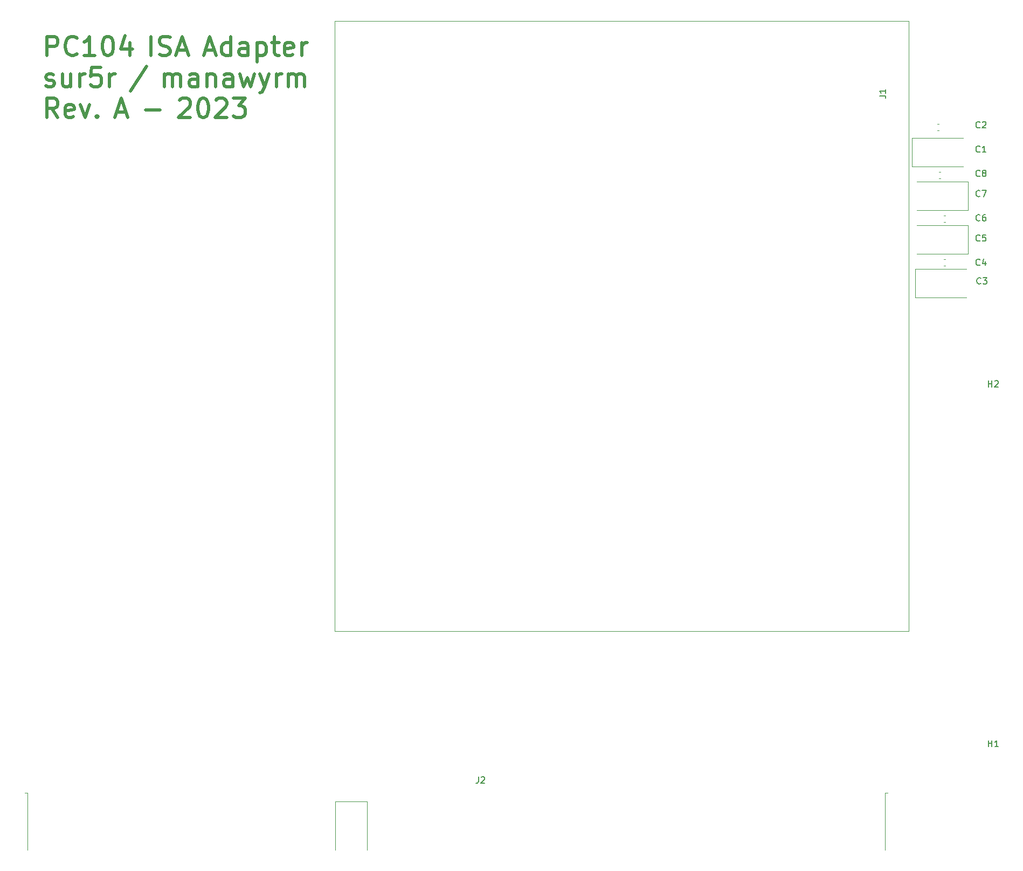
<source format=gbr>
%TF.GenerationSoftware,KiCad,Pcbnew,(7.0.0-0)*%
%TF.CreationDate,2023-03-28T15:20:12+02:00*%
%TF.ProjectId,PC104-ISA-Card,50433130-342d-4495-9341-2d436172642e,rev?*%
%TF.SameCoordinates,Original*%
%TF.FileFunction,Legend,Top*%
%TF.FilePolarity,Positive*%
%FSLAX46Y46*%
G04 Gerber Fmt 4.6, Leading zero omitted, Abs format (unit mm)*
G04 Created by KiCad (PCBNEW (7.0.0-0)) date 2023-03-28 15:20:12*
%MOMM*%
%LPD*%
G01*
G04 APERTURE LIST*
%ADD10C,0.500000*%
%ADD11C,0.150000*%
%ADD12C,0.120000*%
G04 APERTURE END LIST*
D10*
X46434285Y-36617142D02*
X46434285Y-33617142D01*
X46434285Y-33617142D02*
X47577142Y-33617142D01*
X47577142Y-33617142D02*
X47862857Y-33760000D01*
X47862857Y-33760000D02*
X48005714Y-33902857D01*
X48005714Y-33902857D02*
X48148571Y-34188571D01*
X48148571Y-34188571D02*
X48148571Y-34617142D01*
X48148571Y-34617142D02*
X48005714Y-34902857D01*
X48005714Y-34902857D02*
X47862857Y-35045714D01*
X47862857Y-35045714D02*
X47577142Y-35188571D01*
X47577142Y-35188571D02*
X46434285Y-35188571D01*
X51148571Y-36331428D02*
X51005714Y-36474285D01*
X51005714Y-36474285D02*
X50577142Y-36617142D01*
X50577142Y-36617142D02*
X50291428Y-36617142D01*
X50291428Y-36617142D02*
X49862857Y-36474285D01*
X49862857Y-36474285D02*
X49577142Y-36188571D01*
X49577142Y-36188571D02*
X49434285Y-35902857D01*
X49434285Y-35902857D02*
X49291428Y-35331428D01*
X49291428Y-35331428D02*
X49291428Y-34902857D01*
X49291428Y-34902857D02*
X49434285Y-34331428D01*
X49434285Y-34331428D02*
X49577142Y-34045714D01*
X49577142Y-34045714D02*
X49862857Y-33760000D01*
X49862857Y-33760000D02*
X50291428Y-33617142D01*
X50291428Y-33617142D02*
X50577142Y-33617142D01*
X50577142Y-33617142D02*
X51005714Y-33760000D01*
X51005714Y-33760000D02*
X51148571Y-33902857D01*
X54005714Y-36617142D02*
X52291428Y-36617142D01*
X53148571Y-36617142D02*
X53148571Y-33617142D01*
X53148571Y-33617142D02*
X52862857Y-34045714D01*
X52862857Y-34045714D02*
X52577142Y-34331428D01*
X52577142Y-34331428D02*
X52291428Y-34474285D01*
X55862857Y-33617142D02*
X56148571Y-33617142D01*
X56148571Y-33617142D02*
X56434285Y-33760000D01*
X56434285Y-33760000D02*
X56577143Y-33902857D01*
X56577143Y-33902857D02*
X56720000Y-34188571D01*
X56720000Y-34188571D02*
X56862857Y-34760000D01*
X56862857Y-34760000D02*
X56862857Y-35474285D01*
X56862857Y-35474285D02*
X56720000Y-36045714D01*
X56720000Y-36045714D02*
X56577143Y-36331428D01*
X56577143Y-36331428D02*
X56434285Y-36474285D01*
X56434285Y-36474285D02*
X56148571Y-36617142D01*
X56148571Y-36617142D02*
X55862857Y-36617142D01*
X55862857Y-36617142D02*
X55577143Y-36474285D01*
X55577143Y-36474285D02*
X55434285Y-36331428D01*
X55434285Y-36331428D02*
X55291428Y-36045714D01*
X55291428Y-36045714D02*
X55148571Y-35474285D01*
X55148571Y-35474285D02*
X55148571Y-34760000D01*
X55148571Y-34760000D02*
X55291428Y-34188571D01*
X55291428Y-34188571D02*
X55434285Y-33902857D01*
X55434285Y-33902857D02*
X55577143Y-33760000D01*
X55577143Y-33760000D02*
X55862857Y-33617142D01*
X59434286Y-34617142D02*
X59434286Y-36617142D01*
X58720000Y-33474285D02*
X58005714Y-35617142D01*
X58005714Y-35617142D02*
X59862857Y-35617142D01*
X62805714Y-36617142D02*
X62805714Y-33617142D01*
X64091428Y-36474285D02*
X64520000Y-36617142D01*
X64520000Y-36617142D02*
X65234285Y-36617142D01*
X65234285Y-36617142D02*
X65520000Y-36474285D01*
X65520000Y-36474285D02*
X65662857Y-36331428D01*
X65662857Y-36331428D02*
X65805714Y-36045714D01*
X65805714Y-36045714D02*
X65805714Y-35760000D01*
X65805714Y-35760000D02*
X65662857Y-35474285D01*
X65662857Y-35474285D02*
X65520000Y-35331428D01*
X65520000Y-35331428D02*
X65234285Y-35188571D01*
X65234285Y-35188571D02*
X64662857Y-35045714D01*
X64662857Y-35045714D02*
X64377142Y-34902857D01*
X64377142Y-34902857D02*
X64234285Y-34760000D01*
X64234285Y-34760000D02*
X64091428Y-34474285D01*
X64091428Y-34474285D02*
X64091428Y-34188571D01*
X64091428Y-34188571D02*
X64234285Y-33902857D01*
X64234285Y-33902857D02*
X64377142Y-33760000D01*
X64377142Y-33760000D02*
X64662857Y-33617142D01*
X64662857Y-33617142D02*
X65377142Y-33617142D01*
X65377142Y-33617142D02*
X65805714Y-33760000D01*
X66948571Y-35760000D02*
X68377143Y-35760000D01*
X66662857Y-36617142D02*
X67662857Y-33617142D01*
X67662857Y-33617142D02*
X68662857Y-36617142D01*
X71320000Y-35760000D02*
X72748572Y-35760000D01*
X71034286Y-36617142D02*
X72034286Y-33617142D01*
X72034286Y-33617142D02*
X73034286Y-36617142D01*
X75320001Y-36617142D02*
X75320001Y-33617142D01*
X75320001Y-36474285D02*
X75034286Y-36617142D01*
X75034286Y-36617142D02*
X74462858Y-36617142D01*
X74462858Y-36617142D02*
X74177143Y-36474285D01*
X74177143Y-36474285D02*
X74034286Y-36331428D01*
X74034286Y-36331428D02*
X73891429Y-36045714D01*
X73891429Y-36045714D02*
X73891429Y-35188571D01*
X73891429Y-35188571D02*
X74034286Y-34902857D01*
X74034286Y-34902857D02*
X74177143Y-34760000D01*
X74177143Y-34760000D02*
X74462858Y-34617142D01*
X74462858Y-34617142D02*
X75034286Y-34617142D01*
X75034286Y-34617142D02*
X75320001Y-34760000D01*
X78034287Y-36617142D02*
X78034287Y-35045714D01*
X78034287Y-35045714D02*
X77891429Y-34760000D01*
X77891429Y-34760000D02*
X77605715Y-34617142D01*
X77605715Y-34617142D02*
X77034287Y-34617142D01*
X77034287Y-34617142D02*
X76748572Y-34760000D01*
X78034287Y-36474285D02*
X77748572Y-36617142D01*
X77748572Y-36617142D02*
X77034287Y-36617142D01*
X77034287Y-36617142D02*
X76748572Y-36474285D01*
X76748572Y-36474285D02*
X76605715Y-36188571D01*
X76605715Y-36188571D02*
X76605715Y-35902857D01*
X76605715Y-35902857D02*
X76748572Y-35617142D01*
X76748572Y-35617142D02*
X77034287Y-35474285D01*
X77034287Y-35474285D02*
X77748572Y-35474285D01*
X77748572Y-35474285D02*
X78034287Y-35331428D01*
X79462858Y-34617142D02*
X79462858Y-37617142D01*
X79462858Y-34760000D02*
X79748573Y-34617142D01*
X79748573Y-34617142D02*
X80320001Y-34617142D01*
X80320001Y-34617142D02*
X80605715Y-34760000D01*
X80605715Y-34760000D02*
X80748573Y-34902857D01*
X80748573Y-34902857D02*
X80891430Y-35188571D01*
X80891430Y-35188571D02*
X80891430Y-36045714D01*
X80891430Y-36045714D02*
X80748573Y-36331428D01*
X80748573Y-36331428D02*
X80605715Y-36474285D01*
X80605715Y-36474285D02*
X80320001Y-36617142D01*
X80320001Y-36617142D02*
X79748573Y-36617142D01*
X79748573Y-36617142D02*
X79462858Y-36474285D01*
X81748573Y-34617142D02*
X82891430Y-34617142D01*
X82177144Y-33617142D02*
X82177144Y-36188571D01*
X82177144Y-36188571D02*
X82320001Y-36474285D01*
X82320001Y-36474285D02*
X82605716Y-36617142D01*
X82605716Y-36617142D02*
X82891430Y-36617142D01*
X85034287Y-36474285D02*
X84748573Y-36617142D01*
X84748573Y-36617142D02*
X84177145Y-36617142D01*
X84177145Y-36617142D02*
X83891430Y-36474285D01*
X83891430Y-36474285D02*
X83748573Y-36188571D01*
X83748573Y-36188571D02*
X83748573Y-35045714D01*
X83748573Y-35045714D02*
X83891430Y-34760000D01*
X83891430Y-34760000D02*
X84177145Y-34617142D01*
X84177145Y-34617142D02*
X84748573Y-34617142D01*
X84748573Y-34617142D02*
X85034287Y-34760000D01*
X85034287Y-34760000D02*
X85177145Y-35045714D01*
X85177145Y-35045714D02*
X85177145Y-35331428D01*
X85177145Y-35331428D02*
X83748573Y-35617142D01*
X86462859Y-36617142D02*
X86462859Y-34617142D01*
X86462859Y-35188571D02*
X86605716Y-34902857D01*
X86605716Y-34902857D02*
X86748574Y-34760000D01*
X86748574Y-34760000D02*
X87034288Y-34617142D01*
X87034288Y-34617142D02*
X87320002Y-34617142D01*
X46291428Y-41334285D02*
X46577142Y-41477142D01*
X46577142Y-41477142D02*
X47148571Y-41477142D01*
X47148571Y-41477142D02*
X47434285Y-41334285D01*
X47434285Y-41334285D02*
X47577142Y-41048571D01*
X47577142Y-41048571D02*
X47577142Y-40905714D01*
X47577142Y-40905714D02*
X47434285Y-40620000D01*
X47434285Y-40620000D02*
X47148571Y-40477142D01*
X47148571Y-40477142D02*
X46720000Y-40477142D01*
X46720000Y-40477142D02*
X46434285Y-40334285D01*
X46434285Y-40334285D02*
X46291428Y-40048571D01*
X46291428Y-40048571D02*
X46291428Y-39905714D01*
X46291428Y-39905714D02*
X46434285Y-39620000D01*
X46434285Y-39620000D02*
X46720000Y-39477142D01*
X46720000Y-39477142D02*
X47148571Y-39477142D01*
X47148571Y-39477142D02*
X47434285Y-39620000D01*
X50148571Y-39477142D02*
X50148571Y-41477142D01*
X48862856Y-39477142D02*
X48862856Y-41048571D01*
X48862856Y-41048571D02*
X49005713Y-41334285D01*
X49005713Y-41334285D02*
X49291428Y-41477142D01*
X49291428Y-41477142D02*
X49719999Y-41477142D01*
X49719999Y-41477142D02*
X50005713Y-41334285D01*
X50005713Y-41334285D02*
X50148571Y-41191428D01*
X51577142Y-41477142D02*
X51577142Y-39477142D01*
X51577142Y-40048571D02*
X51719999Y-39762857D01*
X51719999Y-39762857D02*
X51862857Y-39620000D01*
X51862857Y-39620000D02*
X52148571Y-39477142D01*
X52148571Y-39477142D02*
X52434285Y-39477142D01*
X54862857Y-38477142D02*
X53434285Y-38477142D01*
X53434285Y-38477142D02*
X53291428Y-39905714D01*
X53291428Y-39905714D02*
X53434285Y-39762857D01*
X53434285Y-39762857D02*
X53720000Y-39620000D01*
X53720000Y-39620000D02*
X54434285Y-39620000D01*
X54434285Y-39620000D02*
X54720000Y-39762857D01*
X54720000Y-39762857D02*
X54862857Y-39905714D01*
X54862857Y-39905714D02*
X55005714Y-40191428D01*
X55005714Y-40191428D02*
X55005714Y-40905714D01*
X55005714Y-40905714D02*
X54862857Y-41191428D01*
X54862857Y-41191428D02*
X54720000Y-41334285D01*
X54720000Y-41334285D02*
X54434285Y-41477142D01*
X54434285Y-41477142D02*
X53720000Y-41477142D01*
X53720000Y-41477142D02*
X53434285Y-41334285D01*
X53434285Y-41334285D02*
X53291428Y-41191428D01*
X56291428Y-41477142D02*
X56291428Y-39477142D01*
X56291428Y-40048571D02*
X56434285Y-39762857D01*
X56434285Y-39762857D02*
X56577143Y-39620000D01*
X56577143Y-39620000D02*
X56862857Y-39477142D01*
X56862857Y-39477142D02*
X57148571Y-39477142D01*
X62091428Y-38334285D02*
X59520000Y-42191428D01*
X64891428Y-41477142D02*
X64891428Y-39477142D01*
X64891428Y-39762857D02*
X65034285Y-39620000D01*
X65034285Y-39620000D02*
X65320000Y-39477142D01*
X65320000Y-39477142D02*
X65748571Y-39477142D01*
X65748571Y-39477142D02*
X66034285Y-39620000D01*
X66034285Y-39620000D02*
X66177143Y-39905714D01*
X66177143Y-39905714D02*
X66177143Y-41477142D01*
X66177143Y-39905714D02*
X66320000Y-39620000D01*
X66320000Y-39620000D02*
X66605714Y-39477142D01*
X66605714Y-39477142D02*
X67034285Y-39477142D01*
X67034285Y-39477142D02*
X67320000Y-39620000D01*
X67320000Y-39620000D02*
X67462857Y-39905714D01*
X67462857Y-39905714D02*
X67462857Y-41477142D01*
X70177143Y-41477142D02*
X70177143Y-39905714D01*
X70177143Y-39905714D02*
X70034285Y-39620000D01*
X70034285Y-39620000D02*
X69748571Y-39477142D01*
X69748571Y-39477142D02*
X69177143Y-39477142D01*
X69177143Y-39477142D02*
X68891428Y-39620000D01*
X70177143Y-41334285D02*
X69891428Y-41477142D01*
X69891428Y-41477142D02*
X69177143Y-41477142D01*
X69177143Y-41477142D02*
X68891428Y-41334285D01*
X68891428Y-41334285D02*
X68748571Y-41048571D01*
X68748571Y-41048571D02*
X68748571Y-40762857D01*
X68748571Y-40762857D02*
X68891428Y-40477142D01*
X68891428Y-40477142D02*
X69177143Y-40334285D01*
X69177143Y-40334285D02*
X69891428Y-40334285D01*
X69891428Y-40334285D02*
X70177143Y-40191428D01*
X71605714Y-39477142D02*
X71605714Y-41477142D01*
X71605714Y-39762857D02*
X71748571Y-39620000D01*
X71748571Y-39620000D02*
X72034286Y-39477142D01*
X72034286Y-39477142D02*
X72462857Y-39477142D01*
X72462857Y-39477142D02*
X72748571Y-39620000D01*
X72748571Y-39620000D02*
X72891429Y-39905714D01*
X72891429Y-39905714D02*
X72891429Y-41477142D01*
X75605715Y-41477142D02*
X75605715Y-39905714D01*
X75605715Y-39905714D02*
X75462857Y-39620000D01*
X75462857Y-39620000D02*
X75177143Y-39477142D01*
X75177143Y-39477142D02*
X74605715Y-39477142D01*
X74605715Y-39477142D02*
X74320000Y-39620000D01*
X75605715Y-41334285D02*
X75320000Y-41477142D01*
X75320000Y-41477142D02*
X74605715Y-41477142D01*
X74605715Y-41477142D02*
X74320000Y-41334285D01*
X74320000Y-41334285D02*
X74177143Y-41048571D01*
X74177143Y-41048571D02*
X74177143Y-40762857D01*
X74177143Y-40762857D02*
X74320000Y-40477142D01*
X74320000Y-40477142D02*
X74605715Y-40334285D01*
X74605715Y-40334285D02*
X75320000Y-40334285D01*
X75320000Y-40334285D02*
X75605715Y-40191428D01*
X76748572Y-39477142D02*
X77320001Y-41477142D01*
X77320001Y-41477142D02*
X77891429Y-40048571D01*
X77891429Y-40048571D02*
X78462858Y-41477142D01*
X78462858Y-41477142D02*
X79034286Y-39477142D01*
X79891429Y-39477142D02*
X80605715Y-41477142D01*
X81320000Y-39477142D02*
X80605715Y-41477142D01*
X80605715Y-41477142D02*
X80320000Y-42191428D01*
X80320000Y-42191428D02*
X80177143Y-42334285D01*
X80177143Y-42334285D02*
X79891429Y-42477142D01*
X82462857Y-41477142D02*
X82462857Y-39477142D01*
X82462857Y-40048571D02*
X82605714Y-39762857D01*
X82605714Y-39762857D02*
X82748572Y-39620000D01*
X82748572Y-39620000D02*
X83034286Y-39477142D01*
X83034286Y-39477142D02*
X83320000Y-39477142D01*
X84320000Y-41477142D02*
X84320000Y-39477142D01*
X84320000Y-39762857D02*
X84462857Y-39620000D01*
X84462857Y-39620000D02*
X84748572Y-39477142D01*
X84748572Y-39477142D02*
X85177143Y-39477142D01*
X85177143Y-39477142D02*
X85462857Y-39620000D01*
X85462857Y-39620000D02*
X85605715Y-39905714D01*
X85605715Y-39905714D02*
X85605715Y-41477142D01*
X85605715Y-39905714D02*
X85748572Y-39620000D01*
X85748572Y-39620000D02*
X86034286Y-39477142D01*
X86034286Y-39477142D02*
X86462857Y-39477142D01*
X86462857Y-39477142D02*
X86748572Y-39620000D01*
X86748572Y-39620000D02*
X86891429Y-39905714D01*
X86891429Y-39905714D02*
X86891429Y-41477142D01*
X48148571Y-46337142D02*
X47148571Y-44908571D01*
X46434285Y-46337142D02*
X46434285Y-43337142D01*
X46434285Y-43337142D02*
X47577142Y-43337142D01*
X47577142Y-43337142D02*
X47862857Y-43480000D01*
X47862857Y-43480000D02*
X48005714Y-43622857D01*
X48005714Y-43622857D02*
X48148571Y-43908571D01*
X48148571Y-43908571D02*
X48148571Y-44337142D01*
X48148571Y-44337142D02*
X48005714Y-44622857D01*
X48005714Y-44622857D02*
X47862857Y-44765714D01*
X47862857Y-44765714D02*
X47577142Y-44908571D01*
X47577142Y-44908571D02*
X46434285Y-44908571D01*
X50577142Y-46194285D02*
X50291428Y-46337142D01*
X50291428Y-46337142D02*
X49720000Y-46337142D01*
X49720000Y-46337142D02*
X49434285Y-46194285D01*
X49434285Y-46194285D02*
X49291428Y-45908571D01*
X49291428Y-45908571D02*
X49291428Y-44765714D01*
X49291428Y-44765714D02*
X49434285Y-44480000D01*
X49434285Y-44480000D02*
X49720000Y-44337142D01*
X49720000Y-44337142D02*
X50291428Y-44337142D01*
X50291428Y-44337142D02*
X50577142Y-44480000D01*
X50577142Y-44480000D02*
X50720000Y-44765714D01*
X50720000Y-44765714D02*
X50720000Y-45051428D01*
X50720000Y-45051428D02*
X49291428Y-45337142D01*
X51720000Y-44337142D02*
X52434286Y-46337142D01*
X52434286Y-46337142D02*
X53148571Y-44337142D01*
X54291428Y-46051428D02*
X54434285Y-46194285D01*
X54434285Y-46194285D02*
X54291428Y-46337142D01*
X54291428Y-46337142D02*
X54148571Y-46194285D01*
X54148571Y-46194285D02*
X54291428Y-46051428D01*
X54291428Y-46051428D02*
X54291428Y-46337142D01*
X57377142Y-45480000D02*
X58805714Y-45480000D01*
X57091428Y-46337142D02*
X58091428Y-43337142D01*
X58091428Y-43337142D02*
X59091428Y-46337142D01*
X61891428Y-45194285D02*
X64177143Y-45194285D01*
X67262857Y-43622857D02*
X67405714Y-43480000D01*
X67405714Y-43480000D02*
X67691429Y-43337142D01*
X67691429Y-43337142D02*
X68405714Y-43337142D01*
X68405714Y-43337142D02*
X68691429Y-43480000D01*
X68691429Y-43480000D02*
X68834286Y-43622857D01*
X68834286Y-43622857D02*
X68977143Y-43908571D01*
X68977143Y-43908571D02*
X68977143Y-44194285D01*
X68977143Y-44194285D02*
X68834286Y-44622857D01*
X68834286Y-44622857D02*
X67120000Y-46337142D01*
X67120000Y-46337142D02*
X68977143Y-46337142D01*
X70834286Y-43337142D02*
X71120000Y-43337142D01*
X71120000Y-43337142D02*
X71405714Y-43480000D01*
X71405714Y-43480000D02*
X71548572Y-43622857D01*
X71548572Y-43622857D02*
X71691429Y-43908571D01*
X71691429Y-43908571D02*
X71834286Y-44480000D01*
X71834286Y-44480000D02*
X71834286Y-45194285D01*
X71834286Y-45194285D02*
X71691429Y-45765714D01*
X71691429Y-45765714D02*
X71548572Y-46051428D01*
X71548572Y-46051428D02*
X71405714Y-46194285D01*
X71405714Y-46194285D02*
X71120000Y-46337142D01*
X71120000Y-46337142D02*
X70834286Y-46337142D01*
X70834286Y-46337142D02*
X70548572Y-46194285D01*
X70548572Y-46194285D02*
X70405714Y-46051428D01*
X70405714Y-46051428D02*
X70262857Y-45765714D01*
X70262857Y-45765714D02*
X70120000Y-45194285D01*
X70120000Y-45194285D02*
X70120000Y-44480000D01*
X70120000Y-44480000D02*
X70262857Y-43908571D01*
X70262857Y-43908571D02*
X70405714Y-43622857D01*
X70405714Y-43622857D02*
X70548572Y-43480000D01*
X70548572Y-43480000D02*
X70834286Y-43337142D01*
X72977143Y-43622857D02*
X73120000Y-43480000D01*
X73120000Y-43480000D02*
X73405715Y-43337142D01*
X73405715Y-43337142D02*
X74120000Y-43337142D01*
X74120000Y-43337142D02*
X74405715Y-43480000D01*
X74405715Y-43480000D02*
X74548572Y-43622857D01*
X74548572Y-43622857D02*
X74691429Y-43908571D01*
X74691429Y-43908571D02*
X74691429Y-44194285D01*
X74691429Y-44194285D02*
X74548572Y-44622857D01*
X74548572Y-44622857D02*
X72834286Y-46337142D01*
X72834286Y-46337142D02*
X74691429Y-46337142D01*
X75691429Y-43337142D02*
X77548572Y-43337142D01*
X77548572Y-43337142D02*
X76548572Y-44480000D01*
X76548572Y-44480000D02*
X76977143Y-44480000D01*
X76977143Y-44480000D02*
X77262858Y-44622857D01*
X77262858Y-44622857D02*
X77405715Y-44765714D01*
X77405715Y-44765714D02*
X77548572Y-45051428D01*
X77548572Y-45051428D02*
X77548572Y-45765714D01*
X77548572Y-45765714D02*
X77405715Y-46051428D01*
X77405715Y-46051428D02*
X77262858Y-46194285D01*
X77262858Y-46194285D02*
X76977143Y-46337142D01*
X76977143Y-46337142D02*
X76120000Y-46337142D01*
X76120000Y-46337142D02*
X75834286Y-46194285D01*
X75834286Y-46194285D02*
X75691429Y-46051428D01*
D11*
%TO.C,C5*%
X193000333Y-65677142D02*
X192952714Y-65724761D01*
X192952714Y-65724761D02*
X192809857Y-65772380D01*
X192809857Y-65772380D02*
X192714619Y-65772380D01*
X192714619Y-65772380D02*
X192571762Y-65724761D01*
X192571762Y-65724761D02*
X192476524Y-65629523D01*
X192476524Y-65629523D02*
X192428905Y-65534285D01*
X192428905Y-65534285D02*
X192381286Y-65343809D01*
X192381286Y-65343809D02*
X192381286Y-65200952D01*
X192381286Y-65200952D02*
X192428905Y-65010476D01*
X192428905Y-65010476D02*
X192476524Y-64915238D01*
X192476524Y-64915238D02*
X192571762Y-64820000D01*
X192571762Y-64820000D02*
X192714619Y-64772380D01*
X192714619Y-64772380D02*
X192809857Y-64772380D01*
X192809857Y-64772380D02*
X192952714Y-64820000D01*
X192952714Y-64820000D02*
X193000333Y-64867619D01*
X193905095Y-64772380D02*
X193428905Y-64772380D01*
X193428905Y-64772380D02*
X193381286Y-65248571D01*
X193381286Y-65248571D02*
X193428905Y-65200952D01*
X193428905Y-65200952D02*
X193524143Y-65153333D01*
X193524143Y-65153333D02*
X193762238Y-65153333D01*
X193762238Y-65153333D02*
X193857476Y-65200952D01*
X193857476Y-65200952D02*
X193905095Y-65248571D01*
X193905095Y-65248571D02*
X193952714Y-65343809D01*
X193952714Y-65343809D02*
X193952714Y-65581904D01*
X193952714Y-65581904D02*
X193905095Y-65677142D01*
X193905095Y-65677142D02*
X193857476Y-65724761D01*
X193857476Y-65724761D02*
X193762238Y-65772380D01*
X193762238Y-65772380D02*
X193524143Y-65772380D01*
X193524143Y-65772380D02*
X193428905Y-65724761D01*
X193428905Y-65724761D02*
X193381286Y-65677142D01*
%TO.C,C6*%
X193000333Y-62502142D02*
X192952714Y-62549761D01*
X192952714Y-62549761D02*
X192809857Y-62597380D01*
X192809857Y-62597380D02*
X192714619Y-62597380D01*
X192714619Y-62597380D02*
X192571762Y-62549761D01*
X192571762Y-62549761D02*
X192476524Y-62454523D01*
X192476524Y-62454523D02*
X192428905Y-62359285D01*
X192428905Y-62359285D02*
X192381286Y-62168809D01*
X192381286Y-62168809D02*
X192381286Y-62025952D01*
X192381286Y-62025952D02*
X192428905Y-61835476D01*
X192428905Y-61835476D02*
X192476524Y-61740238D01*
X192476524Y-61740238D02*
X192571762Y-61645000D01*
X192571762Y-61645000D02*
X192714619Y-61597380D01*
X192714619Y-61597380D02*
X192809857Y-61597380D01*
X192809857Y-61597380D02*
X192952714Y-61645000D01*
X192952714Y-61645000D02*
X193000333Y-61692619D01*
X193857476Y-61597380D02*
X193667000Y-61597380D01*
X193667000Y-61597380D02*
X193571762Y-61645000D01*
X193571762Y-61645000D02*
X193524143Y-61692619D01*
X193524143Y-61692619D02*
X193428905Y-61835476D01*
X193428905Y-61835476D02*
X193381286Y-62025952D01*
X193381286Y-62025952D02*
X193381286Y-62406904D01*
X193381286Y-62406904D02*
X193428905Y-62502142D01*
X193428905Y-62502142D02*
X193476524Y-62549761D01*
X193476524Y-62549761D02*
X193571762Y-62597380D01*
X193571762Y-62597380D02*
X193762238Y-62597380D01*
X193762238Y-62597380D02*
X193857476Y-62549761D01*
X193857476Y-62549761D02*
X193905095Y-62502142D01*
X193905095Y-62502142D02*
X193952714Y-62406904D01*
X193952714Y-62406904D02*
X193952714Y-62168809D01*
X193952714Y-62168809D02*
X193905095Y-62073571D01*
X193905095Y-62073571D02*
X193857476Y-62025952D01*
X193857476Y-62025952D02*
X193762238Y-61978333D01*
X193762238Y-61978333D02*
X193571762Y-61978333D01*
X193571762Y-61978333D02*
X193476524Y-62025952D01*
X193476524Y-62025952D02*
X193428905Y-62073571D01*
X193428905Y-62073571D02*
X193381286Y-62168809D01*
%TO.C,H1*%
X194318095Y-145182380D02*
X194318095Y-144182380D01*
X194318095Y-144658571D02*
X194889523Y-144658571D01*
X194889523Y-145182380D02*
X194889523Y-144182380D01*
X195889523Y-145182380D02*
X195318095Y-145182380D01*
X195603809Y-145182380D02*
X195603809Y-144182380D01*
X195603809Y-144182380D02*
X195508571Y-144325238D01*
X195508571Y-144325238D02*
X195413333Y-144420476D01*
X195413333Y-144420476D02*
X195318095Y-144468095D01*
%TO.C,C4*%
X193000333Y-69487142D02*
X192952714Y-69534761D01*
X192952714Y-69534761D02*
X192809857Y-69582380D01*
X192809857Y-69582380D02*
X192714619Y-69582380D01*
X192714619Y-69582380D02*
X192571762Y-69534761D01*
X192571762Y-69534761D02*
X192476524Y-69439523D01*
X192476524Y-69439523D02*
X192428905Y-69344285D01*
X192428905Y-69344285D02*
X192381286Y-69153809D01*
X192381286Y-69153809D02*
X192381286Y-69010952D01*
X192381286Y-69010952D02*
X192428905Y-68820476D01*
X192428905Y-68820476D02*
X192476524Y-68725238D01*
X192476524Y-68725238D02*
X192571762Y-68630000D01*
X192571762Y-68630000D02*
X192714619Y-68582380D01*
X192714619Y-68582380D02*
X192809857Y-68582380D01*
X192809857Y-68582380D02*
X192952714Y-68630000D01*
X192952714Y-68630000D02*
X193000333Y-68677619D01*
X193857476Y-68915714D02*
X193857476Y-69582380D01*
X193619381Y-68534761D02*
X193381286Y-69249047D01*
X193381286Y-69249047D02*
X194000333Y-69249047D01*
%TO.C,C2*%
X193000333Y-47897142D02*
X192952714Y-47944761D01*
X192952714Y-47944761D02*
X192809857Y-47992380D01*
X192809857Y-47992380D02*
X192714619Y-47992380D01*
X192714619Y-47992380D02*
X192571762Y-47944761D01*
X192571762Y-47944761D02*
X192476524Y-47849523D01*
X192476524Y-47849523D02*
X192428905Y-47754285D01*
X192428905Y-47754285D02*
X192381286Y-47563809D01*
X192381286Y-47563809D02*
X192381286Y-47420952D01*
X192381286Y-47420952D02*
X192428905Y-47230476D01*
X192428905Y-47230476D02*
X192476524Y-47135238D01*
X192476524Y-47135238D02*
X192571762Y-47040000D01*
X192571762Y-47040000D02*
X192714619Y-46992380D01*
X192714619Y-46992380D02*
X192809857Y-46992380D01*
X192809857Y-46992380D02*
X192952714Y-47040000D01*
X192952714Y-47040000D02*
X193000333Y-47087619D01*
X193381286Y-47087619D02*
X193428905Y-47040000D01*
X193428905Y-47040000D02*
X193524143Y-46992380D01*
X193524143Y-46992380D02*
X193762238Y-46992380D01*
X193762238Y-46992380D02*
X193857476Y-47040000D01*
X193857476Y-47040000D02*
X193905095Y-47087619D01*
X193905095Y-47087619D02*
X193952714Y-47182857D01*
X193952714Y-47182857D02*
X193952714Y-47278095D01*
X193952714Y-47278095D02*
X193905095Y-47420952D01*
X193905095Y-47420952D02*
X193333667Y-47992380D01*
X193333667Y-47992380D02*
X193952714Y-47992380D01*
%TO.C,C8*%
X193000333Y-55517142D02*
X192952714Y-55564761D01*
X192952714Y-55564761D02*
X192809857Y-55612380D01*
X192809857Y-55612380D02*
X192714619Y-55612380D01*
X192714619Y-55612380D02*
X192571762Y-55564761D01*
X192571762Y-55564761D02*
X192476524Y-55469523D01*
X192476524Y-55469523D02*
X192428905Y-55374285D01*
X192428905Y-55374285D02*
X192381286Y-55183809D01*
X192381286Y-55183809D02*
X192381286Y-55040952D01*
X192381286Y-55040952D02*
X192428905Y-54850476D01*
X192428905Y-54850476D02*
X192476524Y-54755238D01*
X192476524Y-54755238D02*
X192571762Y-54660000D01*
X192571762Y-54660000D02*
X192714619Y-54612380D01*
X192714619Y-54612380D02*
X192809857Y-54612380D01*
X192809857Y-54612380D02*
X192952714Y-54660000D01*
X192952714Y-54660000D02*
X193000333Y-54707619D01*
X193571762Y-55040952D02*
X193476524Y-54993333D01*
X193476524Y-54993333D02*
X193428905Y-54945714D01*
X193428905Y-54945714D02*
X193381286Y-54850476D01*
X193381286Y-54850476D02*
X193381286Y-54802857D01*
X193381286Y-54802857D02*
X193428905Y-54707619D01*
X193428905Y-54707619D02*
X193476524Y-54660000D01*
X193476524Y-54660000D02*
X193571762Y-54612380D01*
X193571762Y-54612380D02*
X193762238Y-54612380D01*
X193762238Y-54612380D02*
X193857476Y-54660000D01*
X193857476Y-54660000D02*
X193905095Y-54707619D01*
X193905095Y-54707619D02*
X193952714Y-54802857D01*
X193952714Y-54802857D02*
X193952714Y-54850476D01*
X193952714Y-54850476D02*
X193905095Y-54945714D01*
X193905095Y-54945714D02*
X193857476Y-54993333D01*
X193857476Y-54993333D02*
X193762238Y-55040952D01*
X193762238Y-55040952D02*
X193571762Y-55040952D01*
X193571762Y-55040952D02*
X193476524Y-55088571D01*
X193476524Y-55088571D02*
X193428905Y-55136190D01*
X193428905Y-55136190D02*
X193381286Y-55231428D01*
X193381286Y-55231428D02*
X193381286Y-55421904D01*
X193381286Y-55421904D02*
X193428905Y-55517142D01*
X193428905Y-55517142D02*
X193476524Y-55564761D01*
X193476524Y-55564761D02*
X193571762Y-55612380D01*
X193571762Y-55612380D02*
X193762238Y-55612380D01*
X193762238Y-55612380D02*
X193857476Y-55564761D01*
X193857476Y-55564761D02*
X193905095Y-55517142D01*
X193905095Y-55517142D02*
X193952714Y-55421904D01*
X193952714Y-55421904D02*
X193952714Y-55231428D01*
X193952714Y-55231428D02*
X193905095Y-55136190D01*
X193905095Y-55136190D02*
X193857476Y-55088571D01*
X193857476Y-55088571D02*
X193762238Y-55040952D01*
%TO.C,C1*%
X193000333Y-51707142D02*
X192952714Y-51754761D01*
X192952714Y-51754761D02*
X192809857Y-51802380D01*
X192809857Y-51802380D02*
X192714619Y-51802380D01*
X192714619Y-51802380D02*
X192571762Y-51754761D01*
X192571762Y-51754761D02*
X192476524Y-51659523D01*
X192476524Y-51659523D02*
X192428905Y-51564285D01*
X192428905Y-51564285D02*
X192381286Y-51373809D01*
X192381286Y-51373809D02*
X192381286Y-51230952D01*
X192381286Y-51230952D02*
X192428905Y-51040476D01*
X192428905Y-51040476D02*
X192476524Y-50945238D01*
X192476524Y-50945238D02*
X192571762Y-50850000D01*
X192571762Y-50850000D02*
X192714619Y-50802380D01*
X192714619Y-50802380D02*
X192809857Y-50802380D01*
X192809857Y-50802380D02*
X192952714Y-50850000D01*
X192952714Y-50850000D02*
X193000333Y-50897619D01*
X193952714Y-51802380D02*
X193381286Y-51802380D01*
X193667000Y-51802380D02*
X193667000Y-50802380D01*
X193667000Y-50802380D02*
X193571762Y-50945238D01*
X193571762Y-50945238D02*
X193476524Y-51040476D01*
X193476524Y-51040476D02*
X193381286Y-51088095D01*
%TO.C,H2*%
X194318095Y-88667380D02*
X194318095Y-87667380D01*
X194318095Y-88143571D02*
X194889523Y-88143571D01*
X194889523Y-88667380D02*
X194889523Y-87667380D01*
X195318095Y-87762619D02*
X195365714Y-87715000D01*
X195365714Y-87715000D02*
X195460952Y-87667380D01*
X195460952Y-87667380D02*
X195699047Y-87667380D01*
X195699047Y-87667380D02*
X195794285Y-87715000D01*
X195794285Y-87715000D02*
X195841904Y-87762619D01*
X195841904Y-87762619D02*
X195889523Y-87857857D01*
X195889523Y-87857857D02*
X195889523Y-87953095D01*
X195889523Y-87953095D02*
X195841904Y-88095952D01*
X195841904Y-88095952D02*
X195270476Y-88667380D01*
X195270476Y-88667380D02*
X195889523Y-88667380D01*
%TO.C,J2*%
X114206666Y-149917380D02*
X114206666Y-150631666D01*
X114206666Y-150631666D02*
X114159047Y-150774523D01*
X114159047Y-150774523D02*
X114063809Y-150869761D01*
X114063809Y-150869761D02*
X113920952Y-150917380D01*
X113920952Y-150917380D02*
X113825714Y-150917380D01*
X114635238Y-150012619D02*
X114682857Y-149965000D01*
X114682857Y-149965000D02*
X114778095Y-149917380D01*
X114778095Y-149917380D02*
X115016190Y-149917380D01*
X115016190Y-149917380D02*
X115111428Y-149965000D01*
X115111428Y-149965000D02*
X115159047Y-150012619D01*
X115159047Y-150012619D02*
X115206666Y-150107857D01*
X115206666Y-150107857D02*
X115206666Y-150203095D01*
X115206666Y-150203095D02*
X115159047Y-150345952D01*
X115159047Y-150345952D02*
X114587619Y-150917380D01*
X114587619Y-150917380D02*
X115206666Y-150917380D01*
%TO.C,J1*%
X177197380Y-42933333D02*
X177911666Y-42933333D01*
X177911666Y-42933333D02*
X178054523Y-42980952D01*
X178054523Y-42980952D02*
X178149761Y-43076190D01*
X178149761Y-43076190D02*
X178197380Y-43219047D01*
X178197380Y-43219047D02*
X178197380Y-43314285D01*
X178197380Y-41933333D02*
X178197380Y-42504761D01*
X178197380Y-42219047D02*
X177197380Y-42219047D01*
X177197380Y-42219047D02*
X177340238Y-42314285D01*
X177340238Y-42314285D02*
X177435476Y-42409523D01*
X177435476Y-42409523D02*
X177483095Y-42504761D01*
%TO.C,C3*%
X193127333Y-72408142D02*
X193079714Y-72455761D01*
X193079714Y-72455761D02*
X192936857Y-72503380D01*
X192936857Y-72503380D02*
X192841619Y-72503380D01*
X192841619Y-72503380D02*
X192698762Y-72455761D01*
X192698762Y-72455761D02*
X192603524Y-72360523D01*
X192603524Y-72360523D02*
X192555905Y-72265285D01*
X192555905Y-72265285D02*
X192508286Y-72074809D01*
X192508286Y-72074809D02*
X192508286Y-71931952D01*
X192508286Y-71931952D02*
X192555905Y-71741476D01*
X192555905Y-71741476D02*
X192603524Y-71646238D01*
X192603524Y-71646238D02*
X192698762Y-71551000D01*
X192698762Y-71551000D02*
X192841619Y-71503380D01*
X192841619Y-71503380D02*
X192936857Y-71503380D01*
X192936857Y-71503380D02*
X193079714Y-71551000D01*
X193079714Y-71551000D02*
X193127333Y-71598619D01*
X193460667Y-71503380D02*
X194079714Y-71503380D01*
X194079714Y-71503380D02*
X193746381Y-71884333D01*
X193746381Y-71884333D02*
X193889238Y-71884333D01*
X193889238Y-71884333D02*
X193984476Y-71931952D01*
X193984476Y-71931952D02*
X194032095Y-71979571D01*
X194032095Y-71979571D02*
X194079714Y-72074809D01*
X194079714Y-72074809D02*
X194079714Y-72312904D01*
X194079714Y-72312904D02*
X194032095Y-72408142D01*
X194032095Y-72408142D02*
X193984476Y-72455761D01*
X193984476Y-72455761D02*
X193889238Y-72503380D01*
X193889238Y-72503380D02*
X193603524Y-72503380D01*
X193603524Y-72503380D02*
X193508286Y-72455761D01*
X193508286Y-72455761D02*
X193460667Y-72408142D01*
%TO.C,C7*%
X193000333Y-58692142D02*
X192952714Y-58739761D01*
X192952714Y-58739761D02*
X192809857Y-58787380D01*
X192809857Y-58787380D02*
X192714619Y-58787380D01*
X192714619Y-58787380D02*
X192571762Y-58739761D01*
X192571762Y-58739761D02*
X192476524Y-58644523D01*
X192476524Y-58644523D02*
X192428905Y-58549285D01*
X192428905Y-58549285D02*
X192381286Y-58358809D01*
X192381286Y-58358809D02*
X192381286Y-58215952D01*
X192381286Y-58215952D02*
X192428905Y-58025476D01*
X192428905Y-58025476D02*
X192476524Y-57930238D01*
X192476524Y-57930238D02*
X192571762Y-57835000D01*
X192571762Y-57835000D02*
X192714619Y-57787380D01*
X192714619Y-57787380D02*
X192809857Y-57787380D01*
X192809857Y-57787380D02*
X192952714Y-57835000D01*
X192952714Y-57835000D02*
X193000333Y-57882619D01*
X193333667Y-57787380D02*
X194000333Y-57787380D01*
X194000333Y-57787380D02*
X193571762Y-58787380D01*
D12*
%TO.C,C5*%
X191161500Y-67792000D02*
X191161500Y-63272000D01*
X191161500Y-63272000D02*
X183101500Y-63272000D01*
X183101500Y-67792000D02*
X191161500Y-67792000D01*
%TO.C,C6*%
X187579580Y-62740000D02*
X187298420Y-62740000D01*
X187579580Y-61720000D02*
X187298420Y-61720000D01*
%TO.C,C4*%
X187298420Y-68578000D02*
X187579580Y-68578000D01*
X187298420Y-69598000D02*
X187579580Y-69598000D01*
%TO.C,C2*%
X186309420Y-47369000D02*
X186590580Y-47369000D01*
X186309420Y-48389000D02*
X186590580Y-48389000D01*
%TO.C,C8*%
X186843580Y-55882000D02*
X186562420Y-55882000D01*
X186843580Y-54862000D02*
X186562420Y-54862000D01*
%TO.C,C1*%
X182280000Y-49556000D02*
X182280000Y-54076000D01*
X182280000Y-54076000D02*
X190340000Y-54076000D01*
X190340000Y-49556000D02*
X182280000Y-49556000D01*
%TO.C,J2*%
X43350000Y-152440000D02*
X42950000Y-152440000D01*
X43350000Y-161390000D02*
X43350000Y-152440000D01*
X91750000Y-153790000D02*
X96700000Y-153790000D01*
X91750000Y-161390000D02*
X91750000Y-153790000D01*
X96700000Y-153790000D02*
X96700000Y-161390000D01*
X178100000Y-152440000D02*
X178500000Y-152440000D01*
X178100000Y-161390000D02*
X178100000Y-152440000D01*
%TO.C,J1*%
X91680000Y-127060000D02*
X181850000Y-127060000D01*
X91680000Y-31170000D02*
X91680000Y-127060000D01*
X181850000Y-31170000D02*
X181850000Y-127060000D01*
X181850000Y-31170000D02*
X91680000Y-31170000D01*
%TO.C,C3*%
X182788000Y-70130000D02*
X182788000Y-74650000D01*
X182788000Y-74650000D02*
X190848000Y-74650000D01*
X190848000Y-70130000D02*
X182788000Y-70130000D01*
%TO.C,C7*%
X191161500Y-60934000D02*
X191161500Y-56414000D01*
X191161500Y-56414000D02*
X183101500Y-56414000D01*
X183101500Y-60934000D02*
X191161500Y-60934000D01*
%TD*%
M02*

</source>
